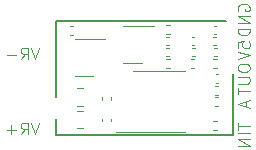
<source format=gbo>
G75*
G70*
%OFA0B0*%
%FSLAX25Y25*%
%IPPOS*%
%LPD*%
%AMOC8*
5,1,8,0,0,1.08239X$1,22.5*
%
%ADD19C,0.00394*%
%ADD21C,0.00472*%
%ADD22C,0.00787*%
X0000000Y0000000D02*
%LPD*%
G01*
D19*
X0080561Y0041929D02*
X0080561Y0043804D01*
X0080561Y0043804D02*
X0082435Y0043991D01*
X0082435Y0043991D02*
X0082248Y0043804D01*
X0082248Y0043804D02*
X0082061Y0043429D01*
X0082061Y0043429D02*
X0082061Y0042491D01*
X0082061Y0042491D02*
X0082248Y0042116D01*
X0082248Y0042116D02*
X0082435Y0041929D01*
X0082435Y0041929D02*
X0082810Y0041741D01*
X0082810Y0041741D02*
X0083748Y0041741D01*
X0083748Y0041741D02*
X0084123Y0041929D01*
X0084123Y0041929D02*
X0084310Y0042116D01*
X0084310Y0042116D02*
X0084498Y0042491D01*
X0084498Y0042491D02*
X0084498Y0043429D01*
X0084498Y0043429D02*
X0084310Y0043804D01*
X0084310Y0043804D02*
X0084123Y0043991D01*
X0080561Y0040617D02*
X0084498Y0039304D01*
X0084498Y0039304D02*
X0080561Y0037992D01*
X0080561Y0035554D02*
X0080561Y0034804D01*
X0080561Y0034804D02*
X0080748Y0034429D01*
X0080748Y0034429D02*
X0081123Y0034054D01*
X0081123Y0034054D02*
X0081873Y0033866D01*
X0081873Y0033866D02*
X0083185Y0033866D01*
X0083185Y0033866D02*
X0083935Y0034054D01*
X0083935Y0034054D02*
X0084310Y0034429D01*
X0084310Y0034429D02*
X0084498Y0034804D01*
X0084498Y0034804D02*
X0084498Y0035554D01*
X0084498Y0035554D02*
X0084310Y0035929D01*
X0084310Y0035929D02*
X0083935Y0036304D01*
X0083935Y0036304D02*
X0083185Y0036491D01*
X0083185Y0036491D02*
X0081873Y0036491D01*
X0081873Y0036491D02*
X0081123Y0036304D01*
X0081123Y0036304D02*
X0080748Y0035929D01*
X0080748Y0035929D02*
X0080561Y0035554D01*
X0080561Y0032179D02*
X0083748Y0032179D01*
X0083748Y0032179D02*
X0084123Y0031992D01*
X0084123Y0031992D02*
X0084310Y0031804D01*
X0084310Y0031804D02*
X0084498Y0031429D01*
X0084498Y0031429D02*
X0084498Y0030679D01*
X0084498Y0030679D02*
X0084310Y0030304D01*
X0084310Y0030304D02*
X0084123Y0030117D01*
X0084123Y0030117D02*
X0083748Y0029929D01*
X0083748Y0029929D02*
X0080561Y0029929D01*
X0080561Y0028617D02*
X0080561Y0026367D01*
X0084498Y0027492D02*
X0080561Y0027492D01*
X0080561Y0016866D02*
X0080561Y0014616D01*
X0084498Y0015741D02*
X0080561Y0015741D01*
X0084498Y0013304D02*
X0080561Y0013304D01*
X0084498Y0011429D02*
X0080561Y0011429D01*
X0080561Y0011429D02*
X0084498Y0009180D01*
X0084498Y0009180D02*
X0080561Y0009180D01*
X0083373Y0023991D02*
X0083373Y0022116D01*
X0084498Y0024366D02*
X0080561Y0023054D01*
X0080561Y0023054D02*
X0084498Y0021741D01*
X0080748Y0054241D02*
X0080561Y0054616D01*
X0080561Y0054616D02*
X0080561Y0055179D01*
X0080561Y0055179D02*
X0080748Y0055741D01*
X0080748Y0055741D02*
X0081123Y0056116D01*
X0081123Y0056116D02*
X0081498Y0056304D01*
X0081498Y0056304D02*
X0082248Y0056491D01*
X0082248Y0056491D02*
X0082810Y0056491D01*
X0082810Y0056491D02*
X0083560Y0056304D01*
X0083560Y0056304D02*
X0083935Y0056116D01*
X0083935Y0056116D02*
X0084310Y0055741D01*
X0084310Y0055741D02*
X0084498Y0055179D01*
X0084498Y0055179D02*
X0084498Y0054804D01*
X0084498Y0054804D02*
X0084310Y0054241D01*
X0084310Y0054241D02*
X0084123Y0054054D01*
X0084123Y0054054D02*
X0082810Y0054054D01*
X0082810Y0054054D02*
X0082810Y0054804D01*
X0084498Y0052367D02*
X0080561Y0052367D01*
X0080561Y0052367D02*
X0084498Y0050117D01*
X0084498Y0050117D02*
X0080561Y0050117D01*
X0084498Y0048242D02*
X0080561Y0048242D01*
X0080561Y0048242D02*
X0080561Y0047305D01*
X0080561Y0047305D02*
X0080748Y0046742D01*
X0080748Y0046742D02*
X0081123Y0046367D01*
X0081123Y0046367D02*
X0081498Y0046180D01*
X0081498Y0046180D02*
X0082248Y0045992D01*
X0082248Y0045992D02*
X0082810Y0045992D01*
X0082810Y0045992D02*
X0083560Y0046180D01*
X0083560Y0046180D02*
X0083935Y0046367D01*
X0083935Y0046367D02*
X0084310Y0046742D01*
X0084310Y0046742D02*
X0084498Y0047305D01*
X0084498Y0047305D02*
X0084498Y0048242D01*
X0014366Y0041939D02*
X0013054Y0038002D01*
X0013054Y0038002D02*
X0011741Y0041939D01*
X0008179Y0038002D02*
X0009492Y0039877D01*
X0010429Y0038002D02*
X0010429Y0041939D01*
X0010429Y0041939D02*
X0008929Y0041939D01*
X0008929Y0041939D02*
X0008554Y0041752D01*
X0008554Y0041752D02*
X0008367Y0041564D01*
X0008367Y0041564D02*
X0008179Y0041189D01*
X0008179Y0041189D02*
X0008179Y0040627D01*
X0008179Y0040627D02*
X0008367Y0040252D01*
X0008367Y0040252D02*
X0008554Y0040065D01*
X0008554Y0040065D02*
X0008929Y0039877D01*
X0008929Y0039877D02*
X0010429Y0039877D01*
X0006492Y0039502D02*
X0003492Y0039502D01*
X0014366Y0016939D02*
X0013054Y0013002D01*
X0013054Y0013002D02*
X0011741Y0016939D01*
X0008179Y0013002D02*
X0009492Y0014877D01*
X0010429Y0013002D02*
X0010429Y0016939D01*
X0010429Y0016939D02*
X0008929Y0016939D01*
X0008929Y0016939D02*
X0008554Y0016752D01*
X0008554Y0016752D02*
X0008367Y0016564D01*
X0008367Y0016564D02*
X0008179Y0016189D01*
X0008179Y0016189D02*
X0008179Y0015627D01*
X0008179Y0015627D02*
X0008367Y0015252D01*
X0008367Y0015252D02*
X0008554Y0015065D01*
X0008554Y0015065D02*
X0008929Y0014877D01*
X0008929Y0014877D02*
X0010429Y0014877D01*
X0006492Y0014502D02*
X0003492Y0014502D01*
X0004992Y0013002D02*
X0004992Y0016002D01*
D22*
X0019803Y0050689D02*
X0019803Y0025492D01*
X0019803Y0012894D02*
X0019803Y0018012D01*
X0019803Y0012894D02*
X0078858Y0012894D01*
X0076496Y0050689D02*
X0019803Y0050689D01*
X0078858Y0012894D02*
X0078858Y0032972D01*
X0019409Y0012500D02*
%LPD*%
G01*
D22*
X0019803Y0050689D02*
X0019803Y0025492D01*
X0019803Y0012894D02*
X0019803Y0018012D01*
X0019803Y0012894D02*
X0078858Y0012894D01*
X0076496Y0050689D02*
X0019803Y0050689D01*
X0078858Y0012894D02*
X0078858Y0032972D01*
D21*
X0029252Y0044905D02*
X0026102Y0044905D01*
X0029252Y0044905D02*
X0036338Y0044905D01*
X0029252Y0032621D02*
X0032401Y0032621D01*
X0029252Y0032621D02*
X0026102Y0032621D01*
X0038149Y0018240D02*
X0038149Y0017390D01*
X0035315Y0018240D02*
X0035315Y0017390D01*
X0065146Y0045610D02*
X0065995Y0045610D01*
X0065146Y0042776D02*
X0065995Y0042776D01*
X0073357Y0046437D02*
X0072508Y0046437D01*
X0073357Y0049272D02*
X0072508Y0049272D01*
X0056740Y0041870D02*
X0057589Y0041870D01*
X0056740Y0039035D02*
X0057589Y0039035D01*
X0073160Y0045610D02*
X0072311Y0045610D01*
X0073160Y0042776D02*
X0072311Y0042776D01*
X0073020Y0025433D02*
X0073869Y0025433D01*
X0073020Y0022598D02*
X0073869Y0022598D01*
X0054117Y0013642D02*
X0062778Y0013642D01*
X0054117Y0013642D02*
X0039943Y0013642D01*
X0054117Y0034193D02*
X0062778Y0034193D01*
X0054117Y0034193D02*
X0045455Y0034193D01*
X0027016Y0028382D02*
X0028804Y0028382D01*
X0027016Y0022594D02*
X0028804Y0022594D01*
X0066077Y0035217D02*
X0064867Y0035217D01*
X0066077Y0038209D02*
X0064867Y0038209D01*
X0025542Y0046280D02*
X0024693Y0046280D01*
X0025542Y0049114D02*
X0024693Y0049114D01*
X0073754Y0038957D02*
X0072544Y0038957D01*
X0073754Y0041949D02*
X0072544Y0041949D01*
X0057821Y0035217D02*
X0056611Y0035217D01*
X0057821Y0038209D02*
X0056611Y0038209D01*
X0028804Y0020807D02*
X0027016Y0020807D01*
X0028804Y0015020D02*
X0027016Y0015020D01*
X0057770Y0046358D02*
X0056560Y0046358D01*
X0057770Y0049350D02*
X0056560Y0049350D01*
X0072387Y0017303D02*
X0073597Y0017303D01*
X0072387Y0014311D02*
X0073597Y0014311D01*
X0072840Y0026260D02*
X0074049Y0026260D01*
X0072840Y0029252D02*
X0074049Y0029252D01*
X0066372Y0038957D02*
X0065162Y0038957D01*
X0066372Y0041949D02*
X0065162Y0041949D01*
X0073967Y0030177D02*
X0073118Y0030177D01*
X0073967Y0033012D02*
X0073118Y0033012D01*
X0038135Y0024616D02*
X0038135Y0025465D01*
X0035300Y0024616D02*
X0035300Y0025465D01*
X0072347Y0035217D02*
X0073557Y0035217D01*
X0072347Y0038209D02*
X0073557Y0038209D01*
X0045393Y0036870D02*
X0042244Y0036870D01*
X0045393Y0049154D02*
X0052480Y0049154D01*
X0045393Y0049154D02*
X0042244Y0049154D01*
X0045393Y0036870D02*
X0048543Y0036870D01*
X0056740Y0042776D02*
X0057589Y0042776D01*
X0056740Y0045610D02*
X0057589Y0045610D01*
M02*

</source>
